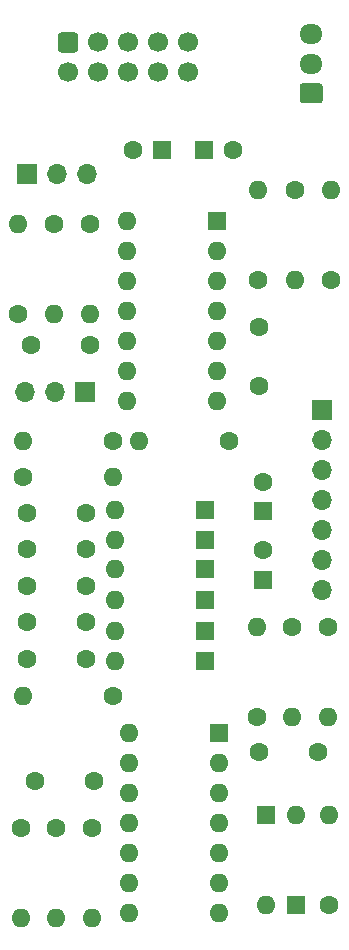
<source format=gbr>
%TF.GenerationSoftware,KiCad,Pcbnew,5.1.9+dfsg1-1~bpo10+1*%
%TF.CreationDate,2022-02-07T13:51:33+08:00*%
%TF.ProjectId,MiniVCF v1.0 - Main,4d696e69-5643-4462-9076-312e30202d20,rev?*%
%TF.SameCoordinates,Original*%
%TF.FileFunction,Soldermask,Bot*%
%TF.FilePolarity,Negative*%
%FSLAX46Y46*%
G04 Gerber Fmt 4.6, Leading zero omitted, Abs format (unit mm)*
G04 Created by KiCad (PCBNEW 5.1.9+dfsg1-1~bpo10+1) date 2022-02-07 13:51:33*
%MOMM*%
%LPD*%
G01*
G04 APERTURE LIST*
%ADD10R,1.600000X1.600000*%
%ADD11O,1.600000X1.600000*%
%ADD12C,1.600000*%
%ADD13O,1.950000X1.700000*%
%ADD14C,1.700000*%
%ADD15O,1.700000X1.700000*%
%ADD16R,1.700000X1.700000*%
G04 APERTURE END LIST*
D10*
%TO.C,U2*%
X122800000Y-116400000D03*
D11*
X115180000Y-131640000D03*
X122800000Y-118940000D03*
X115180000Y-129100000D03*
X122800000Y-121480000D03*
X115180000Y-126560000D03*
X122800000Y-124020000D03*
X115180000Y-124020000D03*
X122800000Y-126560000D03*
X115180000Y-121480000D03*
X122800000Y-129100000D03*
X115180000Y-118940000D03*
X122800000Y-131640000D03*
X115180000Y-116400000D03*
%TD*%
D10*
%TO.C,D11*%
X126800000Y-123300000D03*
D11*
X126800000Y-130920000D03*
%TD*%
D10*
%TO.C,C1*%
X126500000Y-103400000D03*
D12*
X126500000Y-100900000D03*
%TD*%
%TO.C,C7*%
X126500000Y-95100000D03*
D10*
X126500000Y-97600000D03*
%TD*%
D12*
%TO.C,C10*%
X126200000Y-82000000D03*
X126200000Y-87000000D03*
%TD*%
%TO.C,C11*%
X111900000Y-83500000D03*
X106900000Y-83500000D03*
%TD*%
%TO.C,R1*%
X132300000Y-78000000D03*
D11*
X132300000Y-70380000D03*
%TD*%
%TO.C,R2*%
X129200000Y-78020000D03*
D12*
X129200000Y-70400000D03*
%TD*%
D11*
%TO.C,R3*%
X126100000Y-70380000D03*
D12*
X126100000Y-78000000D03*
%TD*%
D11*
%TO.C,R6*%
X105750000Y-73230000D03*
D12*
X105750000Y-80850000D03*
%TD*%
D11*
%TO.C,R10*%
X108800000Y-80870000D03*
D12*
X108800000Y-73250000D03*
%TD*%
%TO.C,R12*%
X111850000Y-73250000D03*
D11*
X111850000Y-80870000D03*
%TD*%
%TO.C,U1*%
X114980000Y-73000000D03*
X122600000Y-88240000D03*
X114980000Y-75540000D03*
X122600000Y-85700000D03*
X114980000Y-78080000D03*
X122600000Y-83160000D03*
X114980000Y-80620000D03*
X122600000Y-80620000D03*
X114980000Y-83160000D03*
X122600000Y-78080000D03*
X114980000Y-85700000D03*
X122600000Y-75540000D03*
X114980000Y-88240000D03*
D10*
X122600000Y-73000000D03*
%TD*%
D12*
%TO.C,C8*%
X124000000Y-67000000D03*
D10*
X121500000Y-67000000D03*
%TD*%
%TO.C,C9*%
X118000000Y-67000000D03*
D12*
X115500000Y-67000000D03*
%TD*%
%TO.C,J1*%
G36*
G01*
X131325000Y-63050000D02*
X129875000Y-63050000D01*
G75*
G02*
X129625000Y-62800000I0J250000D01*
G01*
X129625000Y-61600000D01*
G75*
G02*
X129875000Y-61350000I250000J0D01*
G01*
X131325000Y-61350000D01*
G75*
G02*
X131575000Y-61600000I0J-250000D01*
G01*
X131575000Y-62800000D01*
G75*
G02*
X131325000Y-63050000I-250000J0D01*
G01*
G37*
D13*
X130600000Y-59700000D03*
X130600000Y-57200000D03*
%TD*%
%TO.C,J2*%
G36*
G01*
X109400000Y-57050000D02*
X110600000Y-57050000D01*
G75*
G02*
X110850000Y-57300000I0J-250000D01*
G01*
X110850000Y-58500000D01*
G75*
G02*
X110600000Y-58750000I-250000J0D01*
G01*
X109400000Y-58750000D01*
G75*
G02*
X109150000Y-58500000I0J250000D01*
G01*
X109150000Y-57300000D01*
G75*
G02*
X109400000Y-57050000I250000J0D01*
G01*
G37*
D14*
X112540000Y-57900000D03*
X115080000Y-57900000D03*
X117620000Y-57900000D03*
X120160000Y-57900000D03*
X110000000Y-60440000D03*
X112540000Y-60440000D03*
X115080000Y-60440000D03*
X117620000Y-60440000D03*
X120160000Y-60440000D03*
%TD*%
D15*
%TO.C,J7*%
X111580000Y-69000000D03*
X109040000Y-69000000D03*
D16*
X106500000Y-69000000D03*
%TD*%
%TO.C,J8*%
X131500000Y-89000000D03*
D15*
X131500000Y-91540000D03*
X131500000Y-94080000D03*
X131500000Y-96620000D03*
X131500000Y-99160000D03*
X131500000Y-101700000D03*
X131500000Y-104240000D03*
%TD*%
D16*
%TO.C,J12*%
X111400000Y-87500000D03*
D15*
X108860000Y-87500000D03*
X106320000Y-87500000D03*
%TD*%
D12*
%TO.C,C2*%
X111500000Y-97700000D03*
X106500000Y-97700000D03*
%TD*%
%TO.C,C3*%
X106500000Y-100800000D03*
X111500000Y-100800000D03*
%TD*%
%TO.C,C4*%
X106500000Y-103900000D03*
X111500000Y-103900000D03*
%TD*%
%TO.C,C5*%
X111500000Y-107000000D03*
X106500000Y-107000000D03*
%TD*%
%TO.C,C6*%
X106500000Y-110100000D03*
X111500000Y-110100000D03*
%TD*%
%TO.C,C12*%
X126200000Y-118000000D03*
X131200000Y-118000000D03*
%TD*%
%TO.C,C13*%
X112200000Y-120400000D03*
X107200000Y-120400000D03*
%TD*%
D11*
%TO.C,D1*%
X113980000Y-97500000D03*
D10*
X121600000Y-97500000D03*
%TD*%
%TO.C,D2*%
X121600000Y-100000000D03*
D11*
X113980000Y-100000000D03*
%TD*%
%TO.C,D3*%
X113980000Y-102500000D03*
D10*
X121600000Y-102500000D03*
%TD*%
D11*
%TO.C,D4*%
X114000000Y-105100000D03*
D10*
X121620000Y-105100000D03*
%TD*%
%TO.C,D5*%
X121600000Y-107700000D03*
D11*
X113980000Y-107700000D03*
%TD*%
%TO.C,D6*%
X113980000Y-110300000D03*
D10*
X121600000Y-110300000D03*
%TD*%
%TO.C,D10*%
X129300000Y-130900000D03*
D11*
X129300000Y-123280000D03*
%TD*%
%TO.C,R4*%
X106180000Y-91600000D03*
D12*
X113800000Y-91600000D03*
%TD*%
%TO.C,R5*%
X129000000Y-107400000D03*
D11*
X129000000Y-115020000D03*
%TD*%
%TO.C,R7*%
X126000000Y-107380000D03*
D12*
X126000000Y-115000000D03*
%TD*%
%TO.C,R8*%
X132000000Y-107400000D03*
D11*
X132000000Y-115020000D03*
%TD*%
%TO.C,R9*%
X113820000Y-94700000D03*
D12*
X106200000Y-94700000D03*
%TD*%
%TO.C,R11*%
X123600000Y-91600000D03*
D11*
X115980000Y-91600000D03*
%TD*%
%TO.C,R16*%
X132100000Y-123280000D03*
D12*
X132100000Y-130900000D03*
%TD*%
D11*
%TO.C,R17*%
X112000000Y-132020000D03*
D12*
X112000000Y-124400000D03*
%TD*%
%TO.C,R18*%
X113800000Y-113200000D03*
D11*
X106180000Y-113200000D03*
%TD*%
D12*
%TO.C,R19*%
X106000000Y-124400000D03*
D11*
X106000000Y-132020000D03*
%TD*%
%TO.C,R21*%
X109000000Y-132020000D03*
D12*
X109000000Y-124400000D03*
%TD*%
M02*

</source>
